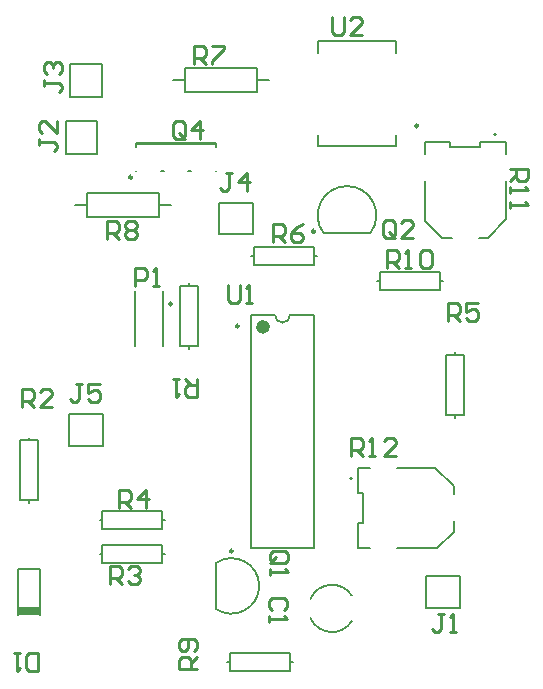
<source format=gto>
G04*
G04 #@! TF.GenerationSoftware,Altium Limited,Altium Designer,20.2.5 (213)*
G04*
G04 Layer_Color=65535*
%FSLAX44Y44*%
%MOMM*%
G71*
G04*
G04 #@! TF.SameCoordinates,930A2EF1-4135-481E-B3E8-EEE05B8073E9*
G04*
G04*
G04 #@! TF.FilePolarity,Positive*
G04*
G01*
G75*
%ADD10C,0.2000*%
%ADD11C,0.2500*%
%ADD12C,0.2400*%
%ADD13C,0.6000*%
%ADD14C,0.1270*%
%ADD15C,0.2540*%
%ADD16R,1.9000X0.8000*%
D10*
X210168Y89881D02*
G03*
X210165Y128557I13352J19339D01*
G01*
X325590Y200260D02*
G03*
X325590Y200260I-1000J0D01*
G01*
X447640Y491150D02*
G03*
X447640Y491150I-1000J0D01*
G01*
X260350Y338530D02*
G03*
X273050Y338530I6350J0D01*
G01*
X325475Y100920D02*
G03*
X290421Y98487I-16865J-10750D01*
G01*
Y81853D02*
G03*
X325475Y79420I18189J8317D01*
G01*
X341110Y407910D02*
G03*
X301510Y407910I-19800J15000D01*
G01*
X210170Y89883D02*
Y128557D01*
X293370Y388620D02*
Y396240D01*
X242570D02*
X293370D01*
X242570Y381000D02*
Y396240D01*
Y381000D02*
X293370D01*
Y388620D01*
X240284D02*
X242570D01*
X293370D02*
X295656D01*
X222250Y36830D02*
Y44450D01*
Y36830D02*
X273050D01*
Y52070D01*
X222250D02*
X273050D01*
X222250Y44450D02*
Y52070D01*
X273050Y44450D02*
X275336D01*
X219964D02*
X222250D01*
X173990Y537210D02*
X184150D01*
X245110D02*
X255270D01*
X184150Y547370D02*
X245110D01*
X184150Y527050D02*
Y547370D01*
Y527050D02*
X245110D01*
Y547370D01*
X240200Y141530D02*
X293200D01*
X273050Y338530D02*
X293200D01*
X240200D02*
X260350D01*
X293200Y141530D02*
Y338530D01*
X240200Y141530D02*
Y338530D01*
X86130Y227850D02*
X114530D01*
X86130D02*
Y254750D01*
X114530D01*
Y227850D02*
Y254750D01*
X213130Y406920D02*
X241530D01*
X213130D02*
Y433820D01*
X241530D01*
Y406920D02*
Y433820D01*
X91440Y431800D02*
X101600D01*
X162560D02*
X172720D01*
X101600Y441960D02*
X162560D01*
X101600Y421640D02*
Y441960D01*
Y421640D02*
X162560D01*
Y441960D01*
X349250Y359410D02*
Y367030D01*
Y359410D02*
X400050D01*
Y374650D01*
X349250D02*
X400050D01*
X349250Y367030D02*
Y374650D01*
X400050Y367030D02*
X402336D01*
X346964D02*
X349250D01*
X405130Y304800D02*
X412750D01*
X405130Y254000D02*
Y304800D01*
Y254000D02*
X420370D01*
Y304800D01*
X412750D02*
X420370D01*
X412750Y251714D02*
Y254000D01*
Y304800D02*
Y307086D01*
X112014Y165100D02*
X114300D01*
X165100D02*
X167386D01*
X114300D02*
Y172720D01*
X165100D01*
Y157480D02*
Y172720D01*
X114300Y157480D02*
X165100D01*
X114300D02*
Y165100D01*
X112014Y135890D02*
X114300D01*
X165100D02*
X167386D01*
X114300D02*
Y143510D01*
X165100D01*
Y128270D02*
Y143510D01*
X114300Y128270D02*
X165100D01*
X114300D02*
Y135890D01*
X52070Y232410D02*
Y234696D01*
Y179324D02*
Y181610D01*
Y232410D02*
X59690D01*
Y181610D02*
Y232410D01*
X44450Y181610D02*
X59690D01*
X44450D02*
Y232410D01*
X52070D01*
X187960Y310134D02*
Y312420D01*
Y363220D02*
Y365506D01*
X180340Y312420D02*
X187960D01*
X180340D02*
Y363220D01*
X195580D01*
Y312420D02*
Y363220D01*
X187960Y312420D02*
X195580D01*
X142590Y460170D02*
X143090D01*
X210090D02*
X210590D01*
X187090D02*
X189090D01*
X164090D02*
X166090D01*
X142590Y483270D02*
X210590D01*
X142590Y484170D02*
X210590D01*
X142590Y481170D02*
Y484170D01*
X210590Y481170D02*
Y484170D01*
X301510Y407910D02*
X341110D01*
X165370Y311930D02*
Y358630D01*
X141970Y311930D02*
Y358630D01*
X113780Y523010D02*
Y551410D01*
X86880Y523010D02*
X113780D01*
X86880D02*
Y551410D01*
X113780D01*
X109970Y474750D02*
Y503150D01*
X83070Y474750D02*
X109970D01*
X83070D02*
Y503150D01*
X109970D01*
X388390Y90690D02*
Y117590D01*
Y90690D02*
X416790D01*
Y117590D01*
X388390D02*
X416790D01*
X42570Y84640D02*
Y123640D01*
X61570Y84640D02*
Y123640D01*
X42570D02*
X61570D01*
D11*
X224770Y138720D02*
G03*
X224770Y138720I-1250J0D01*
G01*
X229850Y329230D02*
G03*
X229850Y329230I-1250J0D01*
G01*
X139340Y455170D02*
G03*
X139340Y455170I-1250J0D01*
G01*
X294260Y409410D02*
G03*
X294260Y409410I-1250J0D01*
G01*
X173120Y347980D02*
G03*
X173120Y347980I-1250J0D01*
G01*
D12*
X381400Y498780D02*
G03*
X381400Y498780I-1200J0D01*
G01*
D13*
X253200Y328530D02*
G03*
X253200Y328530I-3000J0D01*
G01*
D14*
X297200Y560780D02*
Y570280D01*
X363200D01*
Y560780D02*
Y570280D01*
X297200Y481280D02*
Y490780D01*
Y481280D02*
X363200D01*
Y490780D01*
X364040Y141210D02*
X397590D01*
X411590Y155260D01*
Y163760D01*
Y186760D02*
Y193960D01*
X396190Y209310D02*
X411590Y193960D01*
X364040Y209310D02*
X396190D01*
X330590Y141210D02*
X341140D01*
X330590D02*
Y162560D01*
X335090D01*
Y187960D01*
X330590D02*
X335090D01*
X330590D02*
Y209310D01*
X341140D01*
X387590Y418150D02*
Y451700D01*
Y418150D02*
X401640Y404150D01*
X410140D01*
X433140D02*
X440340D01*
X455690Y419550D01*
Y451700D01*
X387590Y474600D02*
Y485150D01*
X408940D01*
Y480650D02*
Y485150D01*
Y480650D02*
X434340D01*
Y485150D01*
X455690D01*
Y474600D02*
Y485150D01*
D15*
X258444Y128400D02*
X268601D01*
X271140Y130940D01*
Y136018D01*
X268601Y138557D01*
X258444D01*
X255905Y136018D01*
Y130940D01*
X260983Y133479D02*
X255905Y128400D01*
Y130940D02*
X258444Y128400D01*
X255905Y123322D02*
Y118244D01*
Y120783D01*
X271140D01*
X268601Y123322D01*
X308614Y590547D02*
Y577852D01*
X311153Y575312D01*
X316232D01*
X318771Y577852D01*
Y590547D01*
X334006Y575312D02*
X323849D01*
X334006Y585469D01*
Y588008D01*
X331467Y590547D01*
X326388D01*
X323849Y588008D01*
X325139Y219583D02*
Y234818D01*
X332757D01*
X335296Y232279D01*
Y227201D01*
X332757Y224661D01*
X325139D01*
X330217D02*
X335296Y219583D01*
X340374D02*
X345452D01*
X342913D01*
Y234818D01*
X340374Y232279D01*
X363227Y219583D02*
X353070D01*
X363227Y229740D01*
Y232279D01*
X360687Y234818D01*
X355609D01*
X353070Y232279D01*
X459743Y462275D02*
X474977D01*
Y454657D01*
X472438Y452118D01*
X467360D01*
X464821Y454657D01*
Y462275D01*
Y457196D02*
X459743Y452118D01*
Y447040D02*
Y441961D01*
Y444500D01*
X474977D01*
X472438Y447040D01*
X459743Y434344D02*
Y429265D01*
Y431805D01*
X474977D01*
X472438Y434344D01*
X355606Y378462D02*
Y393698D01*
X363224D01*
X365763Y391158D01*
Y386080D01*
X363224Y383541D01*
X355606D01*
X360685D02*
X365763Y378462D01*
X370841D02*
X375920D01*
X373380D01*
Y393698D01*
X370841Y391158D01*
X383537D02*
X386076Y393698D01*
X391155D01*
X393694Y391158D01*
Y381002D01*
X391155Y378462D01*
X386076D01*
X383537Y381002D01*
Y391158D01*
X193929Y38481D02*
X178694D01*
Y46098D01*
X181233Y48638D01*
X186311D01*
X188851Y46098D01*
Y38481D01*
Y43559D02*
X193929Y48638D01*
X191390Y53716D02*
X193929Y56255D01*
Y61334D01*
X191390Y63873D01*
X181233D01*
X178694Y61334D01*
Y56255D01*
X181233Y53716D01*
X183772D01*
X186311Y56255D01*
Y63873D01*
X191774Y551183D02*
Y566418D01*
X199392D01*
X201931Y563878D01*
Y558800D01*
X199392Y556261D01*
X191774D01*
X196852D02*
X201931Y551183D01*
X207009Y566418D02*
X217166D01*
Y563878D01*
X207009Y553722D01*
Y551183D01*
X220599Y364104D02*
Y351408D01*
X223138Y348869D01*
X228216D01*
X230756Y351408D01*
Y364104D01*
X235834Y348869D02*
X240912D01*
X238373D01*
Y364104D01*
X235834Y361565D01*
X96644Y279776D02*
X91565D01*
X94104D01*
Y267080D01*
X91565Y264541D01*
X89026D01*
X86487Y267080D01*
X111879Y279776D02*
X101722D01*
Y272159D01*
X106800Y274698D01*
X109340D01*
X111879Y272159D01*
Y267080D01*
X109340Y264541D01*
X104261D01*
X101722Y267080D01*
X223644Y458846D02*
X218565D01*
X221105D01*
Y446150D01*
X218565Y443611D01*
X216026D01*
X213487Y446150D01*
X236340Y443611D02*
Y458846D01*
X228722Y451228D01*
X238879D01*
X118114Y402593D02*
Y417827D01*
X125732D01*
X128271Y415288D01*
Y410210D01*
X125732Y407671D01*
X118114D01*
X123193D02*
X128271Y402593D01*
X133349Y415288D02*
X135888Y417827D01*
X140967D01*
X143506Y415288D01*
Y412749D01*
X140967Y410210D01*
X143506Y407671D01*
Y405132D01*
X140967Y402593D01*
X135888D01*
X133349Y405132D01*
Y407671D01*
X135888Y410210D01*
X133349Y412749D01*
Y415288D01*
X135888Y410210D02*
X140967D01*
X259084Y400052D02*
Y415288D01*
X266702D01*
X269241Y412748D01*
Y407670D01*
X266702Y405131D01*
X259084D01*
X264163D02*
X269241Y400052D01*
X284476Y415288D02*
X279398Y412748D01*
X274319Y407670D01*
Y402592D01*
X276858Y400052D01*
X281937D01*
X284476Y402592D01*
Y405131D01*
X281937Y407670D01*
X274319D01*
X406781Y333121D02*
Y348356D01*
X414398D01*
X416938Y345817D01*
Y340738D01*
X414398Y338199D01*
X406781D01*
X411859D02*
X416938Y333121D01*
X432173Y348356D02*
X422016D01*
Y340738D01*
X427094Y343278D01*
X429634D01*
X432173Y340738D01*
Y335660D01*
X429634Y333121D01*
X424555D01*
X422016Y335660D01*
X128274Y175263D02*
Y190497D01*
X135892D01*
X138431Y187958D01*
Y182880D01*
X135892Y180341D01*
X128274D01*
X133352D02*
X138431Y175263D01*
X151127D02*
Y190497D01*
X143509Y182880D01*
X153666D01*
X120654Y110492D02*
Y125728D01*
X128272D01*
X130811Y123188D01*
Y118110D01*
X128272Y115571D01*
X120654D01*
X125732D02*
X130811Y110492D01*
X135889Y123188D02*
X138428Y125728D01*
X143507D01*
X146046Y123188D01*
Y120649D01*
X143507Y118110D01*
X140968D01*
X143507D01*
X146046Y115571D01*
Y113032D01*
X143507Y110492D01*
X138428D01*
X135889Y113032D01*
X46101Y260731D02*
Y275966D01*
X53719D01*
X56258Y273427D01*
Y268349D01*
X53719Y265809D01*
X46101D01*
X51179D02*
X56258Y260731D01*
X71493D02*
X61336D01*
X71493Y270888D01*
Y273427D01*
X68954Y275966D01*
X63875D01*
X61336Y273427D01*
X193929Y284099D02*
Y268864D01*
X186311D01*
X183772Y271403D01*
Y276481D01*
X186311Y279021D01*
X193929D01*
X188851D02*
X183772Y284099D01*
X178694D02*
X173616D01*
X176155D01*
Y268864D01*
X178694Y271403D01*
X267968Y88900D02*
X270508Y91439D01*
Y96517D01*
X267968Y99057D01*
X257812D01*
X255273Y96517D01*
Y91439D01*
X257812Y88900D01*
X255273Y83822D02*
Y78743D01*
Y81282D01*
X270508D01*
X267968Y83822D01*
X184151Y490222D02*
Y500378D01*
X181612Y502918D01*
X176533D01*
X173994Y500378D01*
Y490222D01*
X176533Y487682D01*
X181612D01*
X179072Y492761D02*
X184151Y487682D01*
X181612D02*
X184151Y490222D01*
X196847Y487682D02*
Y502918D01*
X189229Y495300D01*
X199386D01*
X361951Y406402D02*
Y416558D01*
X359412Y419098D01*
X354333D01*
X351794Y416558D01*
Y406402D01*
X354333Y403862D01*
X359412D01*
X356872Y408941D02*
X361951Y403862D01*
X359412D02*
X361951Y406402D01*
X377186Y403862D02*
X367029D01*
X377186Y414019D01*
Y416558D01*
X374647Y419098D01*
X369568D01*
X367029Y416558D01*
X142243Y363223D02*
Y378457D01*
X149861D01*
X152400Y375918D01*
Y370840D01*
X149861Y368301D01*
X142243D01*
X157478Y363223D02*
X162557D01*
X160018D01*
Y378457D01*
X157478Y375918D01*
X64773Y537211D02*
Y532132D01*
Y534672D01*
X77468D01*
X80007Y532132D01*
Y529593D01*
X77468Y527054D01*
X67312Y542289D02*
X64773Y544828D01*
Y549907D01*
X67312Y552446D01*
X69851D01*
X72390Y549907D01*
Y547368D01*
Y549907D01*
X74929Y552446D01*
X77468D01*
X80007Y549907D01*
Y544828D01*
X77468Y542289D01*
X60963Y487681D02*
Y482603D01*
Y485142D01*
X73658D01*
X76198Y482603D01*
Y480063D01*
X73658Y477524D01*
X76198Y502916D02*
Y492759D01*
X66041Y502916D01*
X63502D01*
X60963Y500377D01*
Y495298D01*
X63502Y492759D01*
X403860Y85087D02*
X398782D01*
X401321D01*
Y72392D01*
X398782Y69852D01*
X396242D01*
X393703Y72392D01*
X408938Y69852D02*
X414017D01*
X411478D01*
Y85087D01*
X408938Y82548D01*
X60071Y37216D02*
Y52451D01*
X52453D01*
X49914Y49912D01*
Y39755D01*
X52453Y37216D01*
X60071D01*
X44836Y52451D02*
X39758D01*
X42297D01*
Y37216D01*
X44836Y39755D01*
D16*
X52070Y87640D02*
D03*
M02*

</source>
